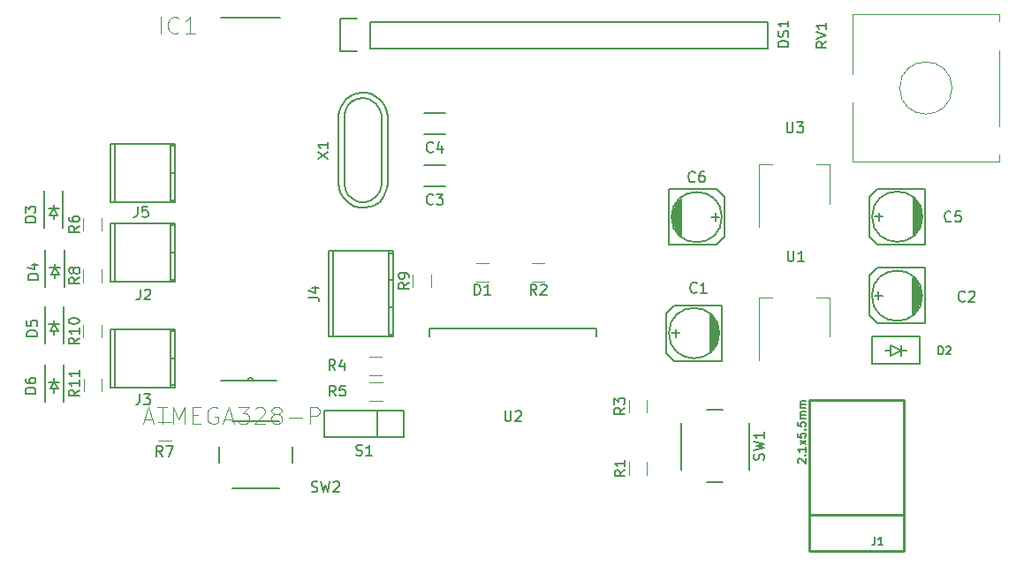
<source format=gbr>
G04 #@! TF.FileFunction,Legend,Top*
%FSLAX46Y46*%
G04 Gerber Fmt 4.6, Leading zero omitted, Abs format (unit mm)*
G04 Created by KiCad (PCBNEW 4.0.2+dfsg1-stable) date Qui 19 Out 2017 15:04:08 BRT*
%MOMM*%
G01*
G04 APERTURE LIST*
%ADD10C,0.100000*%
%ADD11C,0.150000*%
%ADD12C,0.120000*%
%ADD13C,0.203200*%
%ADD14C,0.152400*%
%ADD15C,0.254000*%
%ADD16C,0.050000*%
G04 APERTURE END LIST*
D10*
D11*
X110581440Y-98023680D02*
X110581440Y-96626680D01*
X110454440Y-98277680D02*
X110454440Y-96499680D01*
X110327440Y-98658680D02*
X110327440Y-96118680D01*
X110200440Y-95991680D02*
X110200440Y-98785680D01*
X110073440Y-98912680D02*
X110073440Y-95864680D01*
X109946440Y-95737680D02*
X109946440Y-99039680D01*
X109819440Y-99166680D02*
X109819440Y-95610680D01*
X110962440Y-100055680D02*
X106390440Y-100055680D01*
X106390440Y-100055680D02*
X105628440Y-99293680D01*
X105628440Y-99293680D02*
X105628440Y-95483680D01*
X105628440Y-95483680D02*
X106390440Y-94721680D01*
X106390440Y-94721680D02*
X110962440Y-94721680D01*
X110962440Y-94721680D02*
X110962440Y-100055680D01*
X106136440Y-97388680D02*
X106898440Y-97388680D01*
X106517440Y-97769680D02*
X106517440Y-97007680D01*
X110708440Y-97388680D02*
G75*
G03X110708440Y-97388680I-2413000J0D01*
G01*
X130032760Y-94437200D02*
X130032760Y-93040200D01*
X129905760Y-94691200D02*
X129905760Y-92913200D01*
X129778760Y-95072200D02*
X129778760Y-92532200D01*
X129651760Y-92405200D02*
X129651760Y-95199200D01*
X129524760Y-95326200D02*
X129524760Y-92278200D01*
X129397760Y-92151200D02*
X129397760Y-95453200D01*
X129270760Y-95580200D02*
X129270760Y-92024200D01*
X130413760Y-96469200D02*
X125841760Y-96469200D01*
X125841760Y-96469200D02*
X125079760Y-95707200D01*
X125079760Y-95707200D02*
X125079760Y-91897200D01*
X125079760Y-91897200D02*
X125841760Y-91135200D01*
X125841760Y-91135200D02*
X130413760Y-91135200D01*
X130413760Y-91135200D02*
X130413760Y-96469200D01*
X125587760Y-93802200D02*
X126349760Y-93802200D01*
X125968760Y-94183200D02*
X125968760Y-93421200D01*
X130159760Y-93802200D02*
G75*
G03X130159760Y-93802200I-2413000J0D01*
G01*
X82451700Y-83333700D02*
X84451700Y-83333700D01*
X84451700Y-81283700D02*
X82451700Y-81283700D01*
X82451700Y-78327360D02*
X84451700Y-78327360D01*
X84451700Y-76277360D02*
X82451700Y-76277360D01*
X130053080Y-86857840D02*
X130053080Y-85460840D01*
X129926080Y-87111840D02*
X129926080Y-85333840D01*
X129799080Y-87492840D02*
X129799080Y-84952840D01*
X129672080Y-84825840D02*
X129672080Y-87619840D01*
X129545080Y-87746840D02*
X129545080Y-84698840D01*
X129418080Y-84571840D02*
X129418080Y-87873840D01*
X129291080Y-88000840D02*
X129291080Y-84444840D01*
X130434080Y-88889840D02*
X125862080Y-88889840D01*
X125862080Y-88889840D02*
X125100080Y-88127840D01*
X125100080Y-88127840D02*
X125100080Y-84317840D01*
X125100080Y-84317840D02*
X125862080Y-83555840D01*
X125862080Y-83555840D02*
X130434080Y-83555840D01*
X130434080Y-83555840D02*
X130434080Y-88889840D01*
X125608080Y-86222840D02*
X126370080Y-86222840D01*
X125989080Y-86603840D02*
X125989080Y-85841840D01*
X130180080Y-86222840D02*
G75*
G03X130180080Y-86222840I-2413000J0D01*
G01*
X106258360Y-85628480D02*
X106258360Y-87025480D01*
X106385360Y-85374480D02*
X106385360Y-87152480D01*
X106512360Y-84993480D02*
X106512360Y-87533480D01*
X106639360Y-87660480D02*
X106639360Y-84866480D01*
X106766360Y-84739480D02*
X106766360Y-87787480D01*
X106893360Y-87914480D02*
X106893360Y-84612480D01*
X107020360Y-84485480D02*
X107020360Y-88041480D01*
X105877360Y-83596480D02*
X110449360Y-83596480D01*
X110449360Y-83596480D02*
X111211360Y-84358480D01*
X111211360Y-84358480D02*
X111211360Y-88168480D01*
X111211360Y-88168480D02*
X110449360Y-88930480D01*
X110449360Y-88930480D02*
X105877360Y-88930480D01*
X105877360Y-88930480D02*
X105877360Y-83596480D01*
X110703360Y-86263480D02*
X109941360Y-86263480D01*
X110322360Y-85882480D02*
X110322360Y-86644480D01*
X110957360Y-86263480D02*
G75*
G03X110957360Y-86263480I-2413000J0D01*
G01*
D12*
X87398300Y-90687000D02*
X88598300Y-90687000D01*
X88598300Y-92447000D02*
X87398300Y-92447000D01*
D13*
X127147700Y-99034600D02*
X126647700Y-99034600D01*
X128147700Y-99034600D02*
X128647700Y-99034600D01*
X128147700Y-99534600D02*
X128147700Y-98534600D01*
X128147700Y-99034600D02*
X127147700Y-99534600D01*
X127147700Y-99534600D02*
X127147700Y-98534600D01*
X127147700Y-98534600D02*
X128147700Y-99034600D01*
X129947700Y-100334600D02*
X125347700Y-100334600D01*
X125347700Y-100334600D02*
X125347700Y-97734600D01*
X125347700Y-97734600D02*
X129947700Y-97734600D01*
X129947700Y-97734600D02*
X129947700Y-100334600D01*
D14*
X68618100Y-67183000D02*
X62928500Y-67183000D01*
X62928500Y-101981000D02*
X65468500Y-101981000D01*
X65468500Y-101981000D02*
X66078100Y-101981000D01*
X66078100Y-101981000D02*
X68262500Y-101981000D01*
X65468500Y-101981000D02*
G75*
G02X66078100Y-101981000I304800J0D01*
G01*
D11*
X58087260Y-86875620D02*
X58087260Y-92473780D01*
X58585100Y-92275660D02*
X58087260Y-92275660D01*
X58087260Y-87073740D02*
X58585100Y-87073740D01*
X58585100Y-89674700D02*
X58087260Y-89674700D01*
X52786280Y-92473780D02*
X52786280Y-86875620D01*
X58585100Y-92473780D02*
X58585100Y-86875620D01*
X58585100Y-86875620D02*
X52387500Y-86875620D01*
X52387500Y-86875620D02*
X52387500Y-92473780D01*
X52387500Y-92473780D02*
X58585100Y-92473780D01*
X58087260Y-96997520D02*
X58087260Y-102595680D01*
X58585100Y-102397560D02*
X58087260Y-102397560D01*
X58087260Y-97195640D02*
X58585100Y-97195640D01*
X58585100Y-99796600D02*
X58087260Y-99796600D01*
X52786280Y-102595680D02*
X52786280Y-96997520D01*
X58585100Y-102595680D02*
X58585100Y-96997520D01*
X58585100Y-96997520D02*
X52387500Y-96997520D01*
X52387500Y-96997520D02*
X52387500Y-102595680D01*
X52387500Y-102595680D02*
X58585100Y-102595680D01*
X73304400Y-89524840D02*
X73304400Y-97723960D01*
X73703180Y-89524840D02*
X73703180Y-97723960D01*
X79004160Y-89524840D02*
X79004160Y-97723960D01*
X79502000Y-97723960D02*
X79502000Y-89524840D01*
X79004160Y-92323920D02*
X79502000Y-92323920D01*
X79502000Y-97523300D02*
X79004160Y-97523300D01*
X79004160Y-89722960D02*
X79502000Y-89722960D01*
X79502000Y-94922340D02*
X79004160Y-94922340D01*
X79502000Y-89524840D02*
X73304400Y-89524840D01*
X73304400Y-97721420D02*
X79502000Y-97721420D01*
D12*
X103800800Y-109763000D02*
X103800800Y-110963000D01*
X102040800Y-110963000D02*
X102040800Y-109763000D01*
X92770400Y-90687000D02*
X93970400Y-90687000D01*
X93970400Y-92447000D02*
X92770400Y-92447000D01*
X103785560Y-103783840D02*
X103785560Y-104983840D01*
X102025560Y-104983840D02*
X102025560Y-103783840D01*
X77196400Y-99640500D02*
X78396400Y-99640500D01*
X78396400Y-101400500D02*
X77196400Y-101400500D01*
X78412900Y-103889700D02*
X77212900Y-103889700D01*
X77212900Y-102129700D02*
X78412900Y-102129700D01*
X51489500Y-86340400D02*
X51489500Y-87540400D01*
X49729500Y-87540400D02*
X49729500Y-86340400D01*
X58169100Y-107674300D02*
X56969100Y-107674300D01*
X56969100Y-105914300D02*
X58169100Y-105914300D01*
X49779500Y-92513700D02*
X49779500Y-91313700D01*
X51539500Y-91313700D02*
X51539500Y-92513700D01*
X83099800Y-91783600D02*
X83099800Y-92983600D01*
X81339800Y-92983600D02*
X81339800Y-91783600D01*
X51489500Y-96609600D02*
X51489500Y-97809600D01*
X49729500Y-97809600D02*
X49729500Y-96609600D01*
X49794800Y-102978500D02*
X49794800Y-101778500D01*
X51554800Y-101778500D02*
X51554800Y-102978500D01*
D11*
X80492600Y-104851200D02*
X80492600Y-107391200D01*
X80492600Y-107391200D02*
X72872600Y-107391200D01*
X72872600Y-107391200D02*
X72872600Y-104851200D01*
X72872600Y-104851200D02*
X80492600Y-104851200D01*
X77952600Y-107391200D02*
X77952600Y-104851200D01*
X107047400Y-105965500D02*
X107047400Y-110465500D01*
X111047400Y-104715500D02*
X109547400Y-104715500D01*
X113547400Y-110465500D02*
X113547400Y-105965500D01*
X109547400Y-111715500D02*
X111047400Y-111715500D01*
X64057900Y-112294300D02*
X68557900Y-112294300D01*
X62807900Y-108294300D02*
X62807900Y-109794300D01*
X68557900Y-105794300D02*
X64057900Y-105794300D01*
X69807900Y-109794300D02*
X69807900Y-108294300D01*
D12*
X121307880Y-93954280D02*
X120047880Y-93954280D01*
X114487880Y-93954280D02*
X115747880Y-93954280D01*
X121307880Y-97714280D02*
X121307880Y-93954280D01*
X114487880Y-99964280D02*
X114487880Y-93954280D01*
D14*
X98907600Y-97675700D02*
X98907600Y-96913700D01*
X98907600Y-96913700D02*
X82905600Y-96913700D01*
X82905600Y-96913700D02*
X82905600Y-97675700D01*
D12*
X121311720Y-81214040D02*
X120051720Y-81214040D01*
X114491720Y-81214040D02*
X115751720Y-81214040D01*
X121311720Y-84974040D02*
X121311720Y-81214040D01*
X114491720Y-87224040D02*
X114491720Y-81214040D01*
D11*
X75580240Y-75145900D02*
X75981560Y-74945240D01*
X75981560Y-74945240D02*
X76581000Y-74843640D01*
X76581000Y-74843640D02*
X77081380Y-74945240D01*
X77081380Y-74945240D02*
X77779880Y-75344020D01*
X77779880Y-75344020D02*
X78181200Y-75946000D01*
X78181200Y-75946000D02*
X78381860Y-76545440D01*
X78381860Y-76545440D02*
X78381860Y-83144360D01*
X78381860Y-83144360D02*
X78181200Y-83845400D01*
X78181200Y-83845400D02*
X77881480Y-84244180D01*
X77881480Y-84244180D02*
X77381100Y-84645500D01*
X77381100Y-84645500D02*
X76781660Y-84846160D01*
X76781660Y-84846160D02*
X76281280Y-84846160D01*
X76281280Y-84846160D02*
X75780900Y-84645500D01*
X75780900Y-84645500D02*
X75181460Y-84145120D01*
X75181460Y-84145120D02*
X74881740Y-83644740D01*
X74881740Y-83644740D02*
X74780140Y-83144360D01*
X74780140Y-83045300D02*
X74780140Y-76443840D01*
X74780140Y-76443840D02*
X74881740Y-76045060D01*
X74881740Y-76045060D02*
X75181460Y-75544680D01*
X75181460Y-75544680D02*
X75681840Y-75044300D01*
X74251820Y-83035140D02*
X74300080Y-83494880D01*
X74300080Y-83494880D02*
X74411840Y-83893660D01*
X74411840Y-83893660D02*
X74630280Y-84325460D01*
X74630280Y-84325460D02*
X74861420Y-84615020D01*
X74861420Y-84615020D02*
X75211940Y-84945220D01*
X75211940Y-84945220D02*
X75750420Y-85234780D01*
X75750420Y-85234780D02*
X76349860Y-85364320D01*
X76349860Y-85364320D02*
X76860400Y-85364320D01*
X76860400Y-85364320D02*
X77561440Y-85194140D01*
X77561440Y-85194140D02*
X78150720Y-84795360D01*
X78150720Y-84795360D02*
X78521560Y-84335620D01*
X78521560Y-84335620D02*
X78729840Y-83913980D01*
X78729840Y-83913980D02*
X78889860Y-83464400D01*
X78889860Y-83464400D02*
X78920340Y-83024980D01*
X78701900Y-75684380D02*
X78480920Y-75305920D01*
X78480920Y-75305920D02*
X78201520Y-74985880D01*
X78201520Y-74985880D02*
X77871320Y-74734420D01*
X77871320Y-74734420D02*
X77320140Y-74434700D01*
X77320140Y-74434700D02*
X76850240Y-74325480D01*
X76850240Y-74325480D02*
X76390500Y-74305160D01*
X76390500Y-74305160D02*
X75930760Y-74394060D01*
X75930760Y-74394060D02*
X75481180Y-74584560D01*
X75481180Y-74584560D02*
X75011280Y-74945240D01*
X75011280Y-74945240D02*
X74691240Y-75295760D01*
X74691240Y-75295760D02*
X74460100Y-75684380D01*
X74460100Y-75684380D02*
X74320400Y-76113640D01*
X74320400Y-76113640D02*
X74251820Y-76555600D01*
X78910180Y-83045300D02*
X78910180Y-76593700D01*
X78910180Y-76593700D02*
X78872080Y-76174600D01*
X78872080Y-76174600D02*
X78701900Y-75684380D01*
X74251820Y-83045300D02*
X74251820Y-76593700D01*
X77236320Y-70068440D02*
X115336320Y-70068440D01*
X115336320Y-70068440D02*
X115336320Y-67528440D01*
X115336320Y-67528440D02*
X77236320Y-67528440D01*
X74416320Y-67248440D02*
X75966320Y-67248440D01*
X77236320Y-67528440D02*
X77236320Y-70068440D01*
X75966320Y-70348440D02*
X74416320Y-70348440D01*
X74416320Y-70348440D02*
X74416320Y-67248440D01*
X58087260Y-79242920D02*
X58087260Y-84841080D01*
X58585100Y-84642960D02*
X58087260Y-84642960D01*
X58087260Y-79441040D02*
X58585100Y-79441040D01*
X58585100Y-82042000D02*
X58087260Y-82042000D01*
X52786280Y-84841080D02*
X52786280Y-79242920D01*
X58585100Y-84841080D02*
X58585100Y-79242920D01*
X58585100Y-79242920D02*
X52387500Y-79242920D01*
X52387500Y-79242920D02*
X52387500Y-84841080D01*
X52387500Y-84841080D02*
X58585100Y-84841080D01*
X46929040Y-86094060D02*
X46929040Y-86475060D01*
X46929040Y-85078060D02*
X46929040Y-85459060D01*
X46929040Y-85459060D02*
X47310040Y-86094060D01*
X47310040Y-86094060D02*
X46548040Y-86094060D01*
X46548040Y-86094060D02*
X46929040Y-85459060D01*
X47437040Y-85459060D02*
X46421040Y-85459060D01*
X46029040Y-83776560D02*
X46029040Y-87316560D01*
X47829040Y-83776560D02*
X47829040Y-87316560D01*
X47035720Y-91763340D02*
X47035720Y-92144340D01*
X47035720Y-90747340D02*
X47035720Y-91128340D01*
X47035720Y-91128340D02*
X47416720Y-91763340D01*
X47416720Y-91763340D02*
X46654720Y-91763340D01*
X46654720Y-91763340D02*
X47035720Y-91128340D01*
X47543720Y-91128340D02*
X46527720Y-91128340D01*
X46135720Y-89445840D02*
X46135720Y-92985840D01*
X47935720Y-89445840D02*
X47935720Y-92985840D01*
X46984920Y-97173540D02*
X46984920Y-97554540D01*
X46984920Y-96157540D02*
X46984920Y-96538540D01*
X46984920Y-96538540D02*
X47365920Y-97173540D01*
X47365920Y-97173540D02*
X46603920Y-97173540D01*
X46603920Y-97173540D02*
X46984920Y-96538540D01*
X47492920Y-96538540D02*
X46476920Y-96538540D01*
X46084920Y-94856040D02*
X46084920Y-98396040D01*
X47884920Y-94856040D02*
X47884920Y-98396040D01*
X46984920Y-102736140D02*
X46984920Y-103117140D01*
X46984920Y-101720140D02*
X46984920Y-102101140D01*
X46984920Y-102101140D02*
X47365920Y-102736140D01*
X47365920Y-102736140D02*
X46603920Y-102736140D01*
X46603920Y-102736140D02*
X46984920Y-102101140D01*
X47492920Y-102101140D02*
X46476920Y-102101140D01*
X46084920Y-100418640D02*
X46084920Y-103958640D01*
X47884920Y-100418640D02*
X47884920Y-103958640D01*
D12*
X133008360Y-73884800D02*
G75*
G03X133008360Y-73884800I-2500000J0D01*
G01*
X137568360Y-80944800D02*
X123448360Y-80944800D01*
X137568360Y-66824800D02*
X123448360Y-66824800D01*
X137568360Y-80944800D02*
X137568360Y-80249800D01*
X137568360Y-77519800D02*
X137568360Y-70249800D01*
X137568360Y-67519800D02*
X137568360Y-66824800D01*
X123448360Y-80944800D02*
X123448360Y-75249800D01*
X123448360Y-72519800D02*
X123448360Y-66824800D01*
D15*
X119380000Y-114800380D02*
X128381760Y-114800380D01*
X119380000Y-118300500D02*
X128381760Y-118300500D01*
X128381760Y-118300500D02*
X128381760Y-103799640D01*
X128381760Y-103799640D02*
X119380000Y-103799640D01*
X119380000Y-103799640D02*
X119380000Y-118300500D01*
D11*
X108545334Y-93437983D02*
X108497715Y-93485602D01*
X108354858Y-93533221D01*
X108259620Y-93533221D01*
X108116762Y-93485602D01*
X108021524Y-93390364D01*
X107973905Y-93295126D01*
X107926286Y-93104650D01*
X107926286Y-92961792D01*
X107973905Y-92771316D01*
X108021524Y-92676078D01*
X108116762Y-92580840D01*
X108259620Y-92533221D01*
X108354858Y-92533221D01*
X108497715Y-92580840D01*
X108545334Y-92628459D01*
X109497715Y-93533221D02*
X108926286Y-93533221D01*
X109212000Y-93533221D02*
X109212000Y-92533221D01*
X109116762Y-92676078D01*
X109021524Y-92771316D01*
X108926286Y-92818935D01*
X134250134Y-94276183D02*
X134202515Y-94323802D01*
X134059658Y-94371421D01*
X133964420Y-94371421D01*
X133821562Y-94323802D01*
X133726324Y-94228564D01*
X133678705Y-94133326D01*
X133631086Y-93942850D01*
X133631086Y-93799992D01*
X133678705Y-93609516D01*
X133726324Y-93514278D01*
X133821562Y-93419040D01*
X133964420Y-93371421D01*
X134059658Y-93371421D01*
X134202515Y-93419040D01*
X134250134Y-93466659D01*
X134631086Y-93466659D02*
X134678705Y-93419040D01*
X134773943Y-93371421D01*
X135012039Y-93371421D01*
X135107277Y-93419040D01*
X135154896Y-93466659D01*
X135202515Y-93561897D01*
X135202515Y-93657135D01*
X135154896Y-93799992D01*
X134583467Y-94371421D01*
X135202515Y-94371421D01*
X83285034Y-84965843D02*
X83237415Y-85013462D01*
X83094558Y-85061081D01*
X82999320Y-85061081D01*
X82856462Y-85013462D01*
X82761224Y-84918224D01*
X82713605Y-84822986D01*
X82665986Y-84632510D01*
X82665986Y-84489652D01*
X82713605Y-84299176D01*
X82761224Y-84203938D01*
X82856462Y-84108700D01*
X82999320Y-84061081D01*
X83094558Y-84061081D01*
X83237415Y-84108700D01*
X83285034Y-84156319D01*
X83618367Y-84061081D02*
X84237415Y-84061081D01*
X83904081Y-84442033D01*
X84046939Y-84442033D01*
X84142177Y-84489652D01*
X84189796Y-84537271D01*
X84237415Y-84632510D01*
X84237415Y-84870605D01*
X84189796Y-84965843D01*
X84142177Y-85013462D01*
X84046939Y-85061081D01*
X83761224Y-85061081D01*
X83665986Y-85013462D01*
X83618367Y-84965843D01*
X83285034Y-79959503D02*
X83237415Y-80007122D01*
X83094558Y-80054741D01*
X82999320Y-80054741D01*
X82856462Y-80007122D01*
X82761224Y-79911884D01*
X82713605Y-79816646D01*
X82665986Y-79626170D01*
X82665986Y-79483312D01*
X82713605Y-79292836D01*
X82761224Y-79197598D01*
X82856462Y-79102360D01*
X82999320Y-79054741D01*
X83094558Y-79054741D01*
X83237415Y-79102360D01*
X83285034Y-79149979D01*
X84142177Y-79388074D02*
X84142177Y-80054741D01*
X83904081Y-79007122D02*
X83665986Y-79721408D01*
X84285034Y-79721408D01*
X132924254Y-86615543D02*
X132876635Y-86663162D01*
X132733778Y-86710781D01*
X132638540Y-86710781D01*
X132495682Y-86663162D01*
X132400444Y-86567924D01*
X132352825Y-86472686D01*
X132305206Y-86282210D01*
X132305206Y-86139352D01*
X132352825Y-85948876D01*
X132400444Y-85853638D01*
X132495682Y-85758400D01*
X132638540Y-85710781D01*
X132733778Y-85710781D01*
X132876635Y-85758400D01*
X132924254Y-85806019D01*
X133829016Y-85710781D02*
X133352825Y-85710781D01*
X133305206Y-86186971D01*
X133352825Y-86139352D01*
X133448063Y-86091733D01*
X133686159Y-86091733D01*
X133781397Y-86139352D01*
X133829016Y-86186971D01*
X133876635Y-86282210D01*
X133876635Y-86520305D01*
X133829016Y-86615543D01*
X133781397Y-86663162D01*
X133686159Y-86710781D01*
X133448063Y-86710781D01*
X133352825Y-86663162D01*
X133305206Y-86615543D01*
X108377694Y-82810623D02*
X108330075Y-82858242D01*
X108187218Y-82905861D01*
X108091980Y-82905861D01*
X107949122Y-82858242D01*
X107853884Y-82763004D01*
X107806265Y-82667766D01*
X107758646Y-82477290D01*
X107758646Y-82334432D01*
X107806265Y-82143956D01*
X107853884Y-82048718D01*
X107949122Y-81953480D01*
X108091980Y-81905861D01*
X108187218Y-81905861D01*
X108330075Y-81953480D01*
X108377694Y-82001099D01*
X109234837Y-81905861D02*
X109044360Y-81905861D01*
X108949122Y-81953480D01*
X108901503Y-82001099D01*
X108806265Y-82143956D01*
X108758646Y-82334432D01*
X108758646Y-82715385D01*
X108806265Y-82810623D01*
X108853884Y-82858242D01*
X108949122Y-82905861D01*
X109139599Y-82905861D01*
X109234837Y-82858242D01*
X109282456Y-82810623D01*
X109330075Y-82715385D01*
X109330075Y-82477290D01*
X109282456Y-82382051D01*
X109234837Y-82334432D01*
X109139599Y-82286813D01*
X108949122Y-82286813D01*
X108853884Y-82334432D01*
X108806265Y-82382051D01*
X108758646Y-82477290D01*
X87260205Y-93719381D02*
X87260205Y-92719381D01*
X87498300Y-92719381D01*
X87641158Y-92767000D01*
X87736396Y-92862238D01*
X87784015Y-92957476D01*
X87831634Y-93147952D01*
X87831634Y-93290810D01*
X87784015Y-93481286D01*
X87736396Y-93576524D01*
X87641158Y-93671762D01*
X87498300Y-93719381D01*
X87260205Y-93719381D01*
X88784015Y-93719381D02*
X88212586Y-93719381D01*
X88498300Y-93719381D02*
X88498300Y-92719381D01*
X88403062Y-92862238D01*
X88307824Y-92957476D01*
X88212586Y-93005095D01*
D14*
X131741092Y-99425034D02*
X131741092Y-98663034D01*
X131922520Y-98663034D01*
X132031377Y-98699320D01*
X132103949Y-98771891D01*
X132140234Y-98844463D01*
X132176520Y-98989606D01*
X132176520Y-99098463D01*
X132140234Y-99243606D01*
X132103949Y-99316177D01*
X132031377Y-99388749D01*
X131922520Y-99425034D01*
X131741092Y-99425034D01*
X132466806Y-98735606D02*
X132503092Y-98699320D01*
X132575663Y-98663034D01*
X132757092Y-98663034D01*
X132829663Y-98699320D01*
X132865949Y-98735606D01*
X132902234Y-98808177D01*
X132902234Y-98880749D01*
X132865949Y-98989606D01*
X132430520Y-99425034D01*
X132902234Y-99425034D01*
D16*
X57184378Y-68682024D02*
X57184378Y-67041584D01*
X58902934Y-68525791D02*
X58824818Y-68603908D01*
X58590469Y-68682024D01*
X58434237Y-68682024D01*
X58199889Y-68603908D01*
X58043656Y-68447675D01*
X57965540Y-68291443D01*
X57887424Y-67978978D01*
X57887424Y-67744630D01*
X57965540Y-67432165D01*
X58043656Y-67275932D01*
X58199889Y-67119700D01*
X58434237Y-67041584D01*
X58590469Y-67041584D01*
X58824818Y-67119700D01*
X58902934Y-67197816D01*
X60465258Y-68682024D02*
X59527864Y-68682024D01*
X59996561Y-68682024D02*
X59996561Y-67041584D01*
X59840329Y-67275932D01*
X59684096Y-67432165D01*
X59527864Y-67510281D01*
X55614329Y-105647613D02*
X56396652Y-105647613D01*
X55457864Y-106117008D02*
X56005490Y-104474128D01*
X56553117Y-106117008D01*
X56866047Y-104474128D02*
X57804835Y-104474128D01*
X57335441Y-106117008D02*
X57335441Y-104474128D01*
X58352462Y-106117008D02*
X58352462Y-104474128D01*
X58900089Y-105647613D01*
X59447715Y-104474128D01*
X59447715Y-106117008D01*
X60230039Y-105256451D02*
X60777666Y-105256451D01*
X61012363Y-106117008D02*
X60230039Y-106117008D01*
X60230039Y-104474128D01*
X61012363Y-104474128D01*
X62577010Y-104552360D02*
X62420545Y-104474128D01*
X62185848Y-104474128D01*
X61951151Y-104552360D01*
X61794686Y-104708825D01*
X61716454Y-104865290D01*
X61638222Y-105178219D01*
X61638222Y-105412916D01*
X61716454Y-105725846D01*
X61794686Y-105882310D01*
X61951151Y-106038775D01*
X62185848Y-106117008D01*
X62342313Y-106117008D01*
X62577010Y-106038775D01*
X62655242Y-105960543D01*
X62655242Y-105412916D01*
X62342313Y-105412916D01*
X63281102Y-105647613D02*
X64063425Y-105647613D01*
X63124637Y-106117008D02*
X63672263Y-104474128D01*
X64219890Y-106117008D01*
X64611052Y-104474128D02*
X65628073Y-104474128D01*
X65080446Y-105099987D01*
X65315144Y-105099987D01*
X65471608Y-105178219D01*
X65549841Y-105256451D01*
X65628073Y-105412916D01*
X65628073Y-105804078D01*
X65549841Y-105960543D01*
X65471608Y-106038775D01*
X65315144Y-106117008D01*
X64845749Y-106117008D01*
X64689285Y-106038775D01*
X64611052Y-105960543D01*
X66253933Y-104630592D02*
X66332165Y-104552360D01*
X66488630Y-104474128D01*
X66879792Y-104474128D01*
X67036256Y-104552360D01*
X67114489Y-104630592D01*
X67192721Y-104787057D01*
X67192721Y-104943522D01*
X67114489Y-105178219D01*
X66175700Y-106117008D01*
X67192721Y-106117008D01*
X68131510Y-105178219D02*
X67975045Y-105099987D01*
X67896813Y-105021754D01*
X67818581Y-104865290D01*
X67818581Y-104787057D01*
X67896813Y-104630592D01*
X67975045Y-104552360D01*
X68131510Y-104474128D01*
X68444440Y-104474128D01*
X68600904Y-104552360D01*
X68679137Y-104630592D01*
X68757369Y-104787057D01*
X68757369Y-104865290D01*
X68679137Y-105021754D01*
X68600904Y-105099987D01*
X68444440Y-105178219D01*
X68131510Y-105178219D01*
X67975045Y-105256451D01*
X67896813Y-105334684D01*
X67818581Y-105491149D01*
X67818581Y-105804078D01*
X67896813Y-105960543D01*
X67975045Y-106038775D01*
X68131510Y-106117008D01*
X68444440Y-106117008D01*
X68600904Y-106038775D01*
X68679137Y-105960543D01*
X68757369Y-105804078D01*
X68757369Y-105491149D01*
X68679137Y-105334684D01*
X68600904Y-105256451D01*
X68444440Y-105178219D01*
X69461461Y-105491149D02*
X70713179Y-105491149D01*
X71495503Y-106117008D02*
X71495503Y-104474128D01*
X72121362Y-104474128D01*
X72277827Y-104552360D01*
X72356059Y-104630592D01*
X72434291Y-104787057D01*
X72434291Y-105021754D01*
X72356059Y-105178219D01*
X72277827Y-105256451D01*
X72121362Y-105334684D01*
X71495503Y-105334684D01*
D11*
X55203767Y-93178381D02*
X55203767Y-93892667D01*
X55156147Y-94035524D01*
X55060909Y-94130762D01*
X54918052Y-94178381D01*
X54822814Y-94178381D01*
X55632338Y-93273619D02*
X55679957Y-93226000D01*
X55775195Y-93178381D01*
X56013291Y-93178381D01*
X56108529Y-93226000D01*
X56156148Y-93273619D01*
X56203767Y-93368857D01*
X56203767Y-93464095D01*
X56156148Y-93606952D01*
X55584719Y-94178381D01*
X56203767Y-94178381D01*
X55165667Y-103236781D02*
X55165667Y-103951067D01*
X55118047Y-104093924D01*
X55022809Y-104189162D01*
X54879952Y-104236781D01*
X54784714Y-104236781D01*
X55546619Y-103236781D02*
X56165667Y-103236781D01*
X55832333Y-103617733D01*
X55975191Y-103617733D01*
X56070429Y-103665352D01*
X56118048Y-103712971D01*
X56165667Y-103808210D01*
X56165667Y-104046305D01*
X56118048Y-104141543D01*
X56070429Y-104189162D01*
X55975191Y-104236781D01*
X55689476Y-104236781D01*
X55594238Y-104189162D01*
X55546619Y-104141543D01*
X71354701Y-93957733D02*
X72068987Y-93957733D01*
X72211844Y-94005353D01*
X72307082Y-94100591D01*
X72354701Y-94243448D01*
X72354701Y-94338686D01*
X71688034Y-93052971D02*
X72354701Y-93052971D01*
X71307082Y-93291067D02*
X72021368Y-93529162D01*
X72021368Y-92910114D01*
X101673181Y-110529666D02*
X101196990Y-110863000D01*
X101673181Y-111101095D02*
X100673181Y-111101095D01*
X100673181Y-110720142D01*
X100720800Y-110624904D01*
X100768419Y-110577285D01*
X100863657Y-110529666D01*
X101006514Y-110529666D01*
X101101752Y-110577285D01*
X101149371Y-110624904D01*
X101196990Y-110720142D01*
X101196990Y-111101095D01*
X101673181Y-109577285D02*
X101673181Y-110148714D01*
X101673181Y-109863000D02*
X100673181Y-109863000D01*
X100816038Y-109958238D01*
X100911276Y-110053476D01*
X100958895Y-110148714D01*
X93203734Y-93719381D02*
X92870400Y-93243190D01*
X92632305Y-93719381D02*
X92632305Y-92719381D01*
X93013258Y-92719381D01*
X93108496Y-92767000D01*
X93156115Y-92814619D01*
X93203734Y-92909857D01*
X93203734Y-93052714D01*
X93156115Y-93147952D01*
X93108496Y-93195571D01*
X93013258Y-93243190D01*
X92632305Y-93243190D01*
X93584686Y-92814619D02*
X93632305Y-92767000D01*
X93727543Y-92719381D01*
X93965639Y-92719381D01*
X94060877Y-92767000D01*
X94108496Y-92814619D01*
X94156115Y-92909857D01*
X94156115Y-93005095D01*
X94108496Y-93147952D01*
X93537067Y-93719381D01*
X94156115Y-93719381D01*
X101657941Y-104550506D02*
X101181750Y-104883840D01*
X101657941Y-105121935D02*
X100657941Y-105121935D01*
X100657941Y-104740982D01*
X100705560Y-104645744D01*
X100753179Y-104598125D01*
X100848417Y-104550506D01*
X100991274Y-104550506D01*
X101086512Y-104598125D01*
X101134131Y-104645744D01*
X101181750Y-104740982D01*
X101181750Y-105121935D01*
X100657941Y-104217173D02*
X100657941Y-103598125D01*
X101038893Y-103931459D01*
X101038893Y-103788601D01*
X101086512Y-103693363D01*
X101134131Y-103645744D01*
X101229370Y-103598125D01*
X101467465Y-103598125D01*
X101562703Y-103645744D01*
X101610322Y-103693363D01*
X101657941Y-103788601D01*
X101657941Y-104074316D01*
X101610322Y-104169554D01*
X101562703Y-104217173D01*
X73912434Y-100934781D02*
X73579100Y-100458590D01*
X73341005Y-100934781D02*
X73341005Y-99934781D01*
X73721958Y-99934781D01*
X73817196Y-99982400D01*
X73864815Y-100030019D01*
X73912434Y-100125257D01*
X73912434Y-100268114D01*
X73864815Y-100363352D01*
X73817196Y-100410971D01*
X73721958Y-100458590D01*
X73341005Y-100458590D01*
X74769577Y-100268114D02*
X74769577Y-100934781D01*
X74531481Y-99887162D02*
X74293386Y-100601448D01*
X74912434Y-100601448D01*
X73950534Y-103411281D02*
X73617200Y-102935090D01*
X73379105Y-103411281D02*
X73379105Y-102411281D01*
X73760058Y-102411281D01*
X73855296Y-102458900D01*
X73902915Y-102506519D01*
X73950534Y-102601757D01*
X73950534Y-102744614D01*
X73902915Y-102839852D01*
X73855296Y-102887471D01*
X73760058Y-102935090D01*
X73379105Y-102935090D01*
X74855296Y-102411281D02*
X74379105Y-102411281D01*
X74331486Y-102887471D01*
X74379105Y-102839852D01*
X74474343Y-102792233D01*
X74712439Y-102792233D01*
X74807677Y-102839852D01*
X74855296Y-102887471D01*
X74902915Y-102982710D01*
X74902915Y-103220805D01*
X74855296Y-103316043D01*
X74807677Y-103363662D01*
X74712439Y-103411281D01*
X74474343Y-103411281D01*
X74379105Y-103363662D01*
X74331486Y-103316043D01*
X49361881Y-87107066D02*
X48885690Y-87440400D01*
X49361881Y-87678495D02*
X48361881Y-87678495D01*
X48361881Y-87297542D01*
X48409500Y-87202304D01*
X48457119Y-87154685D01*
X48552357Y-87107066D01*
X48695214Y-87107066D01*
X48790452Y-87154685D01*
X48838071Y-87202304D01*
X48885690Y-87297542D01*
X48885690Y-87678495D01*
X48361881Y-86249923D02*
X48361881Y-86440400D01*
X48409500Y-86535638D01*
X48457119Y-86583257D01*
X48599976Y-86678495D01*
X48790452Y-86726114D01*
X49171405Y-86726114D01*
X49266643Y-86678495D01*
X49314262Y-86630876D01*
X49361881Y-86535638D01*
X49361881Y-86345161D01*
X49314262Y-86249923D01*
X49266643Y-86202304D01*
X49171405Y-86154685D01*
X48933310Y-86154685D01*
X48838071Y-86202304D01*
X48790452Y-86249923D01*
X48742833Y-86345161D01*
X48742833Y-86535638D01*
X48790452Y-86630876D01*
X48838071Y-86678495D01*
X48933310Y-86726114D01*
X57364334Y-109202481D02*
X57031000Y-108726290D01*
X56792905Y-109202481D02*
X56792905Y-108202481D01*
X57173858Y-108202481D01*
X57269096Y-108250100D01*
X57316715Y-108297719D01*
X57364334Y-108392957D01*
X57364334Y-108535814D01*
X57316715Y-108631052D01*
X57269096Y-108678671D01*
X57173858Y-108726290D01*
X56792905Y-108726290D01*
X57697667Y-108202481D02*
X58364334Y-108202481D01*
X57935762Y-109202481D01*
X49413421Y-92048626D02*
X48937230Y-92381960D01*
X49413421Y-92620055D02*
X48413421Y-92620055D01*
X48413421Y-92239102D01*
X48461040Y-92143864D01*
X48508659Y-92096245D01*
X48603897Y-92048626D01*
X48746754Y-92048626D01*
X48841992Y-92096245D01*
X48889611Y-92143864D01*
X48937230Y-92239102D01*
X48937230Y-92620055D01*
X48841992Y-91477198D02*
X48794373Y-91572436D01*
X48746754Y-91620055D01*
X48651516Y-91667674D01*
X48603897Y-91667674D01*
X48508659Y-91620055D01*
X48461040Y-91572436D01*
X48413421Y-91477198D01*
X48413421Y-91286721D01*
X48461040Y-91191483D01*
X48508659Y-91143864D01*
X48603897Y-91096245D01*
X48651516Y-91096245D01*
X48746754Y-91143864D01*
X48794373Y-91191483D01*
X48841992Y-91286721D01*
X48841992Y-91477198D01*
X48889611Y-91572436D01*
X48937230Y-91620055D01*
X49032469Y-91667674D01*
X49222945Y-91667674D01*
X49318183Y-91620055D01*
X49365802Y-91572436D01*
X49413421Y-91477198D01*
X49413421Y-91286721D01*
X49365802Y-91191483D01*
X49318183Y-91143864D01*
X49222945Y-91096245D01*
X49032469Y-91096245D01*
X48937230Y-91143864D01*
X48889611Y-91191483D01*
X48841992Y-91286721D01*
X80972181Y-92550266D02*
X80495990Y-92883600D01*
X80972181Y-93121695D02*
X79972181Y-93121695D01*
X79972181Y-92740742D01*
X80019800Y-92645504D01*
X80067419Y-92597885D01*
X80162657Y-92550266D01*
X80305514Y-92550266D01*
X80400752Y-92597885D01*
X80448371Y-92645504D01*
X80495990Y-92740742D01*
X80495990Y-93121695D01*
X80972181Y-92074076D02*
X80972181Y-91883600D01*
X80924562Y-91788361D01*
X80876943Y-91740742D01*
X80734086Y-91645504D01*
X80543610Y-91597885D01*
X80162657Y-91597885D01*
X80067419Y-91645504D01*
X80019800Y-91693123D01*
X79972181Y-91788361D01*
X79972181Y-91978838D01*
X80019800Y-92074076D01*
X80067419Y-92121695D01*
X80162657Y-92169314D01*
X80400752Y-92169314D01*
X80495990Y-92121695D01*
X80543610Y-92074076D01*
X80591229Y-91978838D01*
X80591229Y-91788361D01*
X80543610Y-91693123D01*
X80495990Y-91645504D01*
X80400752Y-91597885D01*
X49361881Y-97852457D02*
X48885690Y-98185791D01*
X49361881Y-98423886D02*
X48361881Y-98423886D01*
X48361881Y-98042933D01*
X48409500Y-97947695D01*
X48457119Y-97900076D01*
X48552357Y-97852457D01*
X48695214Y-97852457D01*
X48790452Y-97900076D01*
X48838071Y-97947695D01*
X48885690Y-98042933D01*
X48885690Y-98423886D01*
X49361881Y-96900076D02*
X49361881Y-97471505D01*
X49361881Y-97185791D02*
X48361881Y-97185791D01*
X48504738Y-97281029D01*
X48599976Y-97376267D01*
X48647595Y-97471505D01*
X48361881Y-96281029D02*
X48361881Y-96185790D01*
X48409500Y-96090552D01*
X48457119Y-96042933D01*
X48552357Y-95995314D01*
X48742833Y-95947695D01*
X48980929Y-95947695D01*
X49171405Y-95995314D01*
X49266643Y-96042933D01*
X49314262Y-96090552D01*
X49361881Y-96185790D01*
X49361881Y-96281029D01*
X49314262Y-96376267D01*
X49266643Y-96423886D01*
X49171405Y-96471505D01*
X48980929Y-96519124D01*
X48742833Y-96519124D01*
X48552357Y-96471505D01*
X48457119Y-96423886D01*
X48409500Y-96376267D01*
X48361881Y-96281029D01*
X49361881Y-102839757D02*
X48885690Y-103173091D01*
X49361881Y-103411186D02*
X48361881Y-103411186D01*
X48361881Y-103030233D01*
X48409500Y-102934995D01*
X48457119Y-102887376D01*
X48552357Y-102839757D01*
X48695214Y-102839757D01*
X48790452Y-102887376D01*
X48838071Y-102934995D01*
X48885690Y-103030233D01*
X48885690Y-103411186D01*
X49361881Y-101887376D02*
X49361881Y-102458805D01*
X49361881Y-102173091D02*
X48361881Y-102173091D01*
X48504738Y-102268329D01*
X48599976Y-102363567D01*
X48647595Y-102458805D01*
X49361881Y-100934995D02*
X49361881Y-101506424D01*
X49361881Y-101220710D02*
X48361881Y-101220710D01*
X48504738Y-101315948D01*
X48599976Y-101411186D01*
X48647595Y-101506424D01*
X75920695Y-109065962D02*
X76063552Y-109113581D01*
X76301648Y-109113581D01*
X76396886Y-109065962D01*
X76444505Y-109018343D01*
X76492124Y-108923105D01*
X76492124Y-108827867D01*
X76444505Y-108732629D01*
X76396886Y-108685010D01*
X76301648Y-108637390D01*
X76111171Y-108589771D01*
X76015933Y-108542152D01*
X75968314Y-108494533D01*
X75920695Y-108399295D01*
X75920695Y-108304057D01*
X75968314Y-108208819D01*
X76015933Y-108161200D01*
X76111171Y-108113581D01*
X76349267Y-108113581D01*
X76492124Y-108161200D01*
X77444505Y-109113581D02*
X76873076Y-109113581D01*
X77158790Y-109113581D02*
X77158790Y-108113581D01*
X77063552Y-108256438D01*
X76968314Y-108351676D01*
X76873076Y-108399295D01*
X114952162Y-109548833D02*
X114999781Y-109405976D01*
X114999781Y-109167880D01*
X114952162Y-109072642D01*
X114904543Y-109025023D01*
X114809305Y-108977404D01*
X114714067Y-108977404D01*
X114618829Y-109025023D01*
X114571210Y-109072642D01*
X114523590Y-109167880D01*
X114475971Y-109358357D01*
X114428352Y-109453595D01*
X114380733Y-109501214D01*
X114285495Y-109548833D01*
X114190257Y-109548833D01*
X114095019Y-109501214D01*
X114047400Y-109453595D01*
X113999781Y-109358357D01*
X113999781Y-109120261D01*
X114047400Y-108977404D01*
X113999781Y-108644071D02*
X114999781Y-108405976D01*
X114285495Y-108215499D01*
X114999781Y-108025023D01*
X113999781Y-107786928D01*
X114999781Y-106882166D02*
X114999781Y-107453595D01*
X114999781Y-107167881D02*
X113999781Y-107167881D01*
X114142638Y-107263119D01*
X114237876Y-107358357D01*
X114285495Y-107453595D01*
X71640867Y-112571162D02*
X71783724Y-112618781D01*
X72021820Y-112618781D01*
X72117058Y-112571162D01*
X72164677Y-112523543D01*
X72212296Y-112428305D01*
X72212296Y-112333067D01*
X72164677Y-112237829D01*
X72117058Y-112190210D01*
X72021820Y-112142590D01*
X71831343Y-112094971D01*
X71736105Y-112047352D01*
X71688486Y-111999733D01*
X71640867Y-111904495D01*
X71640867Y-111809257D01*
X71688486Y-111714019D01*
X71736105Y-111666400D01*
X71831343Y-111618781D01*
X72069439Y-111618781D01*
X72212296Y-111666400D01*
X72545629Y-111618781D02*
X72783724Y-112618781D01*
X72974201Y-111904495D01*
X73164677Y-112618781D01*
X73402772Y-111618781D01*
X73736105Y-111714019D02*
X73783724Y-111666400D01*
X73878962Y-111618781D01*
X74117058Y-111618781D01*
X74212296Y-111666400D01*
X74259915Y-111714019D01*
X74307534Y-111809257D01*
X74307534Y-111904495D01*
X74259915Y-112047352D01*
X73688486Y-112618781D01*
X74307534Y-112618781D01*
X117266815Y-89480141D02*
X117266815Y-90289665D01*
X117314434Y-90384903D01*
X117362053Y-90432522D01*
X117457291Y-90480141D01*
X117647768Y-90480141D01*
X117743006Y-90432522D01*
X117790625Y-90384903D01*
X117838244Y-90289665D01*
X117838244Y-89480141D01*
X118838244Y-90480141D02*
X118266815Y-90480141D01*
X118552529Y-90480141D02*
X118552529Y-89480141D01*
X118457291Y-89622998D01*
X118362053Y-89718236D01*
X118266815Y-89765855D01*
X90180255Y-104831901D02*
X90180255Y-105641425D01*
X90227874Y-105736663D01*
X90275493Y-105784282D01*
X90370731Y-105831901D01*
X90561208Y-105831901D01*
X90656446Y-105784282D01*
X90704065Y-105736663D01*
X90751684Y-105641425D01*
X90751684Y-104831901D01*
X91180255Y-104927139D02*
X91227874Y-104879520D01*
X91323112Y-104831901D01*
X91561208Y-104831901D01*
X91656446Y-104879520D01*
X91704065Y-104927139D01*
X91751684Y-105022377D01*
X91751684Y-105117615D01*
X91704065Y-105260472D01*
X91132636Y-105831901D01*
X91751684Y-105831901D01*
X117195695Y-77161141D02*
X117195695Y-77970665D01*
X117243314Y-78065903D01*
X117290933Y-78113522D01*
X117386171Y-78161141D01*
X117576648Y-78161141D01*
X117671886Y-78113522D01*
X117719505Y-78065903D01*
X117767124Y-77970665D01*
X117767124Y-77161141D01*
X118148076Y-77161141D02*
X118767124Y-77161141D01*
X118433790Y-77542093D01*
X118576648Y-77542093D01*
X118671886Y-77589712D01*
X118719505Y-77637331D01*
X118767124Y-77732570D01*
X118767124Y-77970665D01*
X118719505Y-78065903D01*
X118671886Y-78113522D01*
X118576648Y-78161141D01*
X118290933Y-78161141D01*
X118195695Y-78113522D01*
X118148076Y-78065903D01*
X72223381Y-80654424D02*
X73223381Y-79987757D01*
X72223381Y-79987757D02*
X73223381Y-80654424D01*
X73223381Y-79082995D02*
X73223381Y-79654424D01*
X73223381Y-79368710D02*
X72223381Y-79368710D01*
X72366238Y-79463948D01*
X72461476Y-79559186D01*
X72509095Y-79654424D01*
X117333021Y-69926366D02*
X116333021Y-69926366D01*
X116333021Y-69688271D01*
X116380640Y-69545413D01*
X116475878Y-69450175D01*
X116571116Y-69402556D01*
X116761592Y-69354937D01*
X116904450Y-69354937D01*
X117094926Y-69402556D01*
X117190164Y-69450175D01*
X117285402Y-69545413D01*
X117333021Y-69688271D01*
X117333021Y-69926366D01*
X117285402Y-68973985D02*
X117333021Y-68831128D01*
X117333021Y-68593032D01*
X117285402Y-68497794D01*
X117237783Y-68450175D01*
X117142545Y-68402556D01*
X117047307Y-68402556D01*
X116952069Y-68450175D01*
X116904450Y-68497794D01*
X116856830Y-68593032D01*
X116809211Y-68783509D01*
X116761592Y-68878747D01*
X116713973Y-68926366D01*
X116618735Y-68973985D01*
X116523497Y-68973985D01*
X116428259Y-68926366D01*
X116380640Y-68878747D01*
X116333021Y-68783509D01*
X116333021Y-68545413D01*
X116380640Y-68402556D01*
X117333021Y-67450175D02*
X117333021Y-68021604D01*
X117333021Y-67735890D02*
X116333021Y-67735890D01*
X116475878Y-67831128D01*
X116571116Y-67926366D01*
X116618735Y-68021604D01*
X54980247Y-85258661D02*
X54980247Y-85972947D01*
X54932627Y-86115804D01*
X54837389Y-86211042D01*
X54694532Y-86258661D01*
X54599294Y-86258661D01*
X55932628Y-85258661D02*
X55456437Y-85258661D01*
X55408818Y-85734851D01*
X55456437Y-85687232D01*
X55551675Y-85639613D01*
X55789771Y-85639613D01*
X55885009Y-85687232D01*
X55932628Y-85734851D01*
X55980247Y-85830090D01*
X55980247Y-86068185D01*
X55932628Y-86163423D01*
X55885009Y-86211042D01*
X55789771Y-86258661D01*
X55551675Y-86258661D01*
X55456437Y-86211042D01*
X55408818Y-86163423D01*
X45197021Y-86742495D02*
X44197021Y-86742495D01*
X44197021Y-86504400D01*
X44244640Y-86361542D01*
X44339878Y-86266304D01*
X44435116Y-86218685D01*
X44625592Y-86171066D01*
X44768450Y-86171066D01*
X44958926Y-86218685D01*
X45054164Y-86266304D01*
X45149402Y-86361542D01*
X45197021Y-86504400D01*
X45197021Y-86742495D01*
X44197021Y-85837733D02*
X44197021Y-85218685D01*
X44577973Y-85552019D01*
X44577973Y-85409161D01*
X44625592Y-85313923D01*
X44673211Y-85266304D01*
X44768450Y-85218685D01*
X45006545Y-85218685D01*
X45101783Y-85266304D01*
X45149402Y-85313923D01*
X45197021Y-85409161D01*
X45197021Y-85694876D01*
X45149402Y-85790114D01*
X45101783Y-85837733D01*
X45461181Y-92254295D02*
X44461181Y-92254295D01*
X44461181Y-92016200D01*
X44508800Y-91873342D01*
X44604038Y-91778104D01*
X44699276Y-91730485D01*
X44889752Y-91682866D01*
X45032610Y-91682866D01*
X45223086Y-91730485D01*
X45318324Y-91778104D01*
X45413562Y-91873342D01*
X45461181Y-92016200D01*
X45461181Y-92254295D01*
X44794514Y-90825723D02*
X45461181Y-90825723D01*
X44413562Y-91063819D02*
X45127848Y-91301914D01*
X45127848Y-90682866D01*
X45354501Y-97664495D02*
X44354501Y-97664495D01*
X44354501Y-97426400D01*
X44402120Y-97283542D01*
X44497358Y-97188304D01*
X44592596Y-97140685D01*
X44783072Y-97093066D01*
X44925930Y-97093066D01*
X45116406Y-97140685D01*
X45211644Y-97188304D01*
X45306882Y-97283542D01*
X45354501Y-97426400D01*
X45354501Y-97664495D01*
X44354501Y-96188304D02*
X44354501Y-96664495D01*
X44830691Y-96712114D01*
X44783072Y-96664495D01*
X44735453Y-96569257D01*
X44735453Y-96331161D01*
X44783072Y-96235923D01*
X44830691Y-96188304D01*
X44925930Y-96140685D01*
X45164025Y-96140685D01*
X45259263Y-96188304D01*
X45306882Y-96235923D01*
X45354501Y-96331161D01*
X45354501Y-96569257D01*
X45306882Y-96664495D01*
X45259263Y-96712114D01*
X45197021Y-103181375D02*
X44197021Y-103181375D01*
X44197021Y-102943280D01*
X44244640Y-102800422D01*
X44339878Y-102705184D01*
X44435116Y-102657565D01*
X44625592Y-102609946D01*
X44768450Y-102609946D01*
X44958926Y-102657565D01*
X45054164Y-102705184D01*
X45149402Y-102800422D01*
X45197021Y-102943280D01*
X45197021Y-103181375D01*
X44197021Y-101752803D02*
X44197021Y-101943280D01*
X44244640Y-102038518D01*
X44292259Y-102086137D01*
X44435116Y-102181375D01*
X44625592Y-102228994D01*
X45006545Y-102228994D01*
X45101783Y-102181375D01*
X45149402Y-102133756D01*
X45197021Y-102038518D01*
X45197021Y-101848041D01*
X45149402Y-101752803D01*
X45101783Y-101705184D01*
X45006545Y-101657565D01*
X44768450Y-101657565D01*
X44673211Y-101705184D01*
X44625592Y-101752803D01*
X44577973Y-101848041D01*
X44577973Y-102038518D01*
X44625592Y-102133756D01*
X44673211Y-102181375D01*
X44768450Y-102228994D01*
X120975381Y-69439398D02*
X120499190Y-69772732D01*
X120975381Y-70010827D02*
X119975381Y-70010827D01*
X119975381Y-69629874D01*
X120023000Y-69534636D01*
X120070619Y-69487017D01*
X120165857Y-69439398D01*
X120308714Y-69439398D01*
X120403952Y-69487017D01*
X120451571Y-69534636D01*
X120499190Y-69629874D01*
X120499190Y-70010827D01*
X119975381Y-69153684D02*
X120975381Y-68820351D01*
X119975381Y-68487017D01*
X120975381Y-67629874D02*
X120975381Y-68201303D01*
X120975381Y-67915589D02*
X119975381Y-67915589D01*
X120118238Y-68010827D01*
X120213476Y-68106065D01*
X120261095Y-68201303D01*
D14*
X125626881Y-116934994D02*
X125626881Y-117479280D01*
X125590595Y-117588137D01*
X125518024Y-117660709D01*
X125409167Y-117696994D01*
X125336595Y-117696994D01*
X126388880Y-117696994D02*
X125953452Y-117696994D01*
X126171166Y-117696994D02*
X126171166Y-116934994D01*
X126098595Y-117043851D01*
X126026023Y-117116423D01*
X125953452Y-117152709D01*
X118286166Y-109845850D02*
X118249880Y-109809564D01*
X118213594Y-109736993D01*
X118213594Y-109555564D01*
X118249880Y-109482993D01*
X118286166Y-109446707D01*
X118358737Y-109410422D01*
X118431309Y-109410422D01*
X118540166Y-109446707D01*
X118975594Y-109882136D01*
X118975594Y-109410422D01*
X118903023Y-109083850D02*
X118939309Y-109047565D01*
X118975594Y-109083850D01*
X118939309Y-109120136D01*
X118903023Y-109083850D01*
X118975594Y-109083850D01*
X118975594Y-108321851D02*
X118975594Y-108757279D01*
X118975594Y-108539565D02*
X118213594Y-108539565D01*
X118322451Y-108612136D01*
X118395023Y-108684708D01*
X118431309Y-108757279D01*
X118975594Y-108067851D02*
X118467594Y-107668708D01*
X118467594Y-108067851D02*
X118975594Y-107668708D01*
X118213594Y-107015565D02*
X118213594Y-107378422D01*
X118576451Y-107414708D01*
X118540166Y-107378422D01*
X118503880Y-107305851D01*
X118503880Y-107124422D01*
X118540166Y-107051851D01*
X118576451Y-107015565D01*
X118649023Y-106979280D01*
X118830451Y-106979280D01*
X118903023Y-107015565D01*
X118939309Y-107051851D01*
X118975594Y-107124422D01*
X118975594Y-107305851D01*
X118939309Y-107378422D01*
X118903023Y-107414708D01*
X118903023Y-106652708D02*
X118939309Y-106616423D01*
X118975594Y-106652708D01*
X118939309Y-106688994D01*
X118903023Y-106652708D01*
X118975594Y-106652708D01*
X118213594Y-105926994D02*
X118213594Y-106289851D01*
X118576451Y-106326137D01*
X118540166Y-106289851D01*
X118503880Y-106217280D01*
X118503880Y-106035851D01*
X118540166Y-105963280D01*
X118576451Y-105926994D01*
X118649023Y-105890709D01*
X118830451Y-105890709D01*
X118903023Y-105926994D01*
X118939309Y-105963280D01*
X118975594Y-106035851D01*
X118975594Y-106217280D01*
X118939309Y-106289851D01*
X118903023Y-106326137D01*
X118975594Y-105564137D02*
X118467594Y-105564137D01*
X118540166Y-105564137D02*
X118503880Y-105527852D01*
X118467594Y-105455280D01*
X118467594Y-105346423D01*
X118503880Y-105273852D01*
X118576451Y-105237566D01*
X118975594Y-105237566D01*
X118576451Y-105237566D02*
X118503880Y-105201280D01*
X118467594Y-105128709D01*
X118467594Y-105019852D01*
X118503880Y-104947280D01*
X118576451Y-104910995D01*
X118975594Y-104910995D01*
X118975594Y-104548137D02*
X118467594Y-104548137D01*
X118540166Y-104548137D02*
X118503880Y-104511852D01*
X118467594Y-104439280D01*
X118467594Y-104330423D01*
X118503880Y-104257852D01*
X118576451Y-104221566D01*
X118975594Y-104221566D01*
X118576451Y-104221566D02*
X118503880Y-104185280D01*
X118467594Y-104112709D01*
X118467594Y-104003852D01*
X118503880Y-103931280D01*
X118576451Y-103894995D01*
X118975594Y-103894995D01*
M02*

</source>
